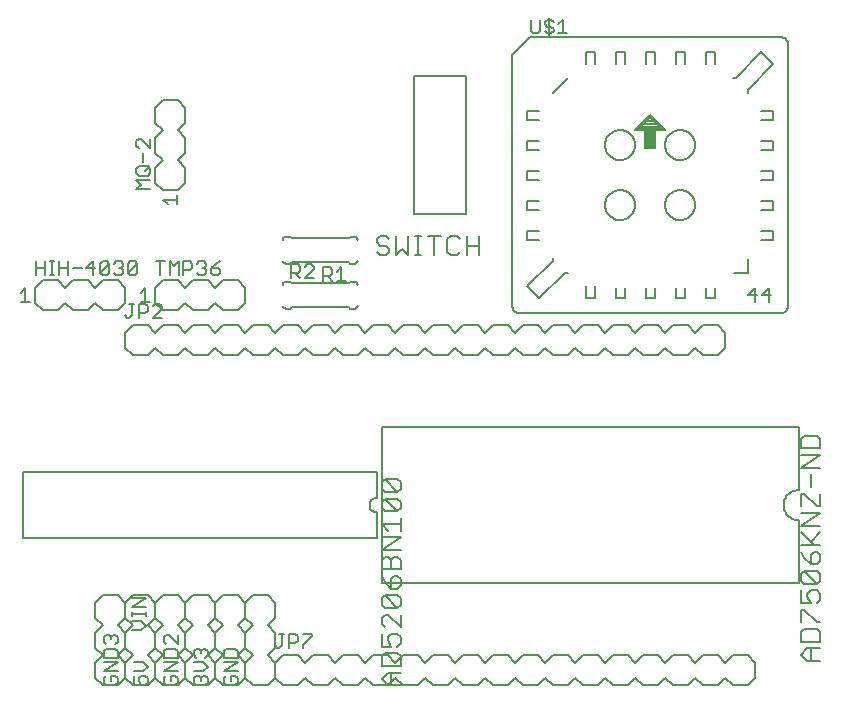
<source format=gto>
G75*
G70*
%OFA0B0*%
%FSLAX24Y24*%
%IPPOS*%
%LPD*%
%AMOC8*
5,1,8,0,0,1.08239X$1,22.5*
%
%ADD10C,0.0080*%
%ADD11C,0.0050*%
%ADD12C,0.0060*%
%ADD13C,0.0070*%
%ADD14R,0.0400X0.0750*%
%ADD15R,0.0700X0.0150*%
%ADD16R,0.0500X0.0100*%
%ADD17R,0.0300X0.0100*%
%ADD18R,0.0100X0.0100*%
%ADD19R,0.0100X0.0050*%
%ADD20R,0.0050X0.0050*%
D10*
X003100Y001300D02*
X003100Y001800D01*
X003350Y002050D01*
X003100Y002300D01*
X003100Y002800D01*
X003350Y003050D01*
X003100Y003300D01*
X003100Y003800D01*
X003350Y004050D01*
X003850Y004050D01*
X004100Y003800D01*
X004100Y003300D01*
X003850Y003050D01*
X004100Y002800D01*
X004100Y002300D01*
X003850Y002050D01*
X004100Y001800D01*
X004100Y001300D01*
X003850Y001050D01*
X003350Y001050D01*
X003100Y001300D01*
X004100Y001300D02*
X004350Y001050D01*
X004850Y001050D01*
X005100Y001300D01*
X005350Y001050D01*
X005850Y001050D01*
X006100Y001300D01*
X006350Y001050D01*
X006850Y001050D01*
X007100Y001300D01*
X007100Y001800D01*
X006850Y002050D01*
X007100Y002300D01*
X007100Y002800D01*
X006850Y003050D01*
X007100Y003300D01*
X007100Y003800D01*
X006850Y004050D01*
X006350Y004050D01*
X006100Y003800D01*
X006100Y003300D01*
X006350Y003050D01*
X006100Y002800D01*
X006100Y002300D01*
X006350Y002050D01*
X006100Y001800D01*
X006100Y001300D01*
X006100Y001800D01*
X005850Y002050D01*
X006100Y002300D01*
X006100Y002800D01*
X005850Y003050D01*
X006100Y003300D01*
X006100Y003800D01*
X005850Y004050D01*
X005350Y004050D01*
X005100Y003800D01*
X005100Y003300D01*
X005350Y003050D01*
X005100Y002800D01*
X005100Y002300D01*
X005350Y002050D01*
X005100Y001800D01*
X005100Y001300D01*
X005100Y001800D01*
X004850Y002050D01*
X005100Y002300D01*
X005100Y002800D01*
X004850Y003050D01*
X005100Y003300D01*
X005100Y003800D01*
X004850Y004050D01*
X004350Y004050D01*
X004100Y003800D01*
X004100Y003300D01*
X004350Y003050D01*
X004100Y002800D01*
X004100Y002300D01*
X004350Y002050D01*
X004100Y001800D01*
X004100Y001300D01*
X007100Y001300D02*
X007350Y001050D01*
X007850Y001050D01*
X008100Y001300D01*
X008350Y001050D01*
X008850Y001050D01*
X009100Y001300D01*
X009350Y001050D01*
X009850Y001050D01*
X010100Y001300D01*
X010350Y001050D01*
X010850Y001050D01*
X011100Y001300D01*
X011350Y001050D01*
X011850Y001050D01*
X012100Y001300D01*
X012350Y001050D01*
X012850Y001050D01*
X013100Y001300D01*
X013350Y001050D01*
X013850Y001050D01*
X014100Y001300D01*
X014350Y001050D01*
X014850Y001050D01*
X015100Y001300D01*
X015350Y001050D01*
X015850Y001050D01*
X016100Y001300D01*
X016350Y001050D01*
X016850Y001050D01*
X017100Y001300D01*
X017350Y001050D01*
X017850Y001050D01*
X018100Y001300D01*
X018350Y001050D01*
X018850Y001050D01*
X019100Y001300D01*
X019350Y001050D01*
X019850Y001050D01*
X020100Y001300D01*
X020350Y001050D01*
X020850Y001050D01*
X021100Y001300D01*
X021350Y001050D01*
X021850Y001050D01*
X022100Y001300D01*
X022350Y001050D01*
X022850Y001050D01*
X023100Y001300D01*
X023350Y001050D01*
X023850Y001050D01*
X024100Y001300D01*
X024350Y001050D01*
X024850Y001050D01*
X025100Y001300D01*
X025100Y001800D01*
X024850Y002050D01*
X024350Y002050D01*
X024100Y001800D01*
X023850Y002050D01*
X023350Y002050D01*
X023100Y001800D01*
X022850Y002050D01*
X022350Y002050D01*
X022100Y001800D01*
X021850Y002050D01*
X021350Y002050D01*
X021100Y001800D01*
X020850Y002050D01*
X020350Y002050D01*
X020100Y001800D01*
X019850Y002050D01*
X019350Y002050D01*
X019100Y001800D01*
X018850Y002050D01*
X018350Y002050D01*
X018100Y001800D01*
X017850Y002050D01*
X017350Y002050D01*
X017100Y001800D01*
X016850Y002050D01*
X016350Y002050D01*
X016100Y001800D01*
X015850Y002050D01*
X015350Y002050D01*
X015100Y001800D01*
X014850Y002050D01*
X014350Y002050D01*
X014100Y001800D01*
X013850Y002050D01*
X013350Y002050D01*
X013100Y001800D01*
X012850Y002050D01*
X012350Y002050D01*
X012100Y001800D01*
X011850Y002050D01*
X011350Y002050D01*
X011100Y001800D01*
X010850Y002050D01*
X010350Y002050D01*
X010100Y001800D01*
X009850Y002050D01*
X009350Y002050D01*
X009100Y001800D01*
X009100Y001300D01*
X009100Y001800D01*
X009100Y001300D01*
X009100Y001800D02*
X008850Y002050D01*
X009100Y002300D01*
X009100Y002800D01*
X008850Y003050D01*
X009100Y003300D01*
X009100Y003800D01*
X008850Y004050D01*
X008350Y004050D01*
X008100Y003800D01*
X008100Y003300D01*
X008350Y003050D01*
X008100Y002800D01*
X008100Y002300D01*
X008350Y002050D01*
X008100Y001800D01*
X008100Y001300D01*
X008100Y001800D01*
X007850Y002050D01*
X008100Y002300D01*
X008100Y002800D01*
X007850Y003050D01*
X008100Y003300D01*
X008100Y003800D01*
X007850Y004050D01*
X007350Y004050D01*
X007100Y003800D01*
X007100Y003300D01*
X007350Y003050D01*
X007100Y002800D01*
X007100Y002300D01*
X007350Y002050D01*
X007100Y001800D01*
X007100Y001300D01*
X006850Y012050D02*
X006350Y012050D01*
X006100Y012300D01*
X005850Y012050D01*
X005350Y012050D01*
X005100Y012300D01*
X004850Y012050D01*
X004350Y012050D01*
X004100Y012300D01*
X004100Y012800D01*
X004350Y013050D01*
X004850Y013050D01*
X005100Y012800D01*
X005350Y013050D01*
X005850Y013050D01*
X006100Y012800D01*
X006350Y013050D01*
X006850Y013050D01*
X007100Y012800D01*
X007350Y013050D01*
X007850Y013050D01*
X008100Y012800D01*
X008350Y013050D01*
X008850Y013050D01*
X009100Y012800D01*
X009350Y013050D01*
X009850Y013050D01*
X010100Y012800D01*
X010350Y013050D01*
X010850Y013050D01*
X011100Y012800D01*
X011350Y013050D01*
X011850Y013050D01*
X012100Y012800D01*
X012350Y013050D01*
X012850Y013050D01*
X013100Y012800D01*
X013350Y013050D01*
X013850Y013050D01*
X014100Y012800D01*
X014350Y013050D01*
X014850Y013050D01*
X015100Y012800D01*
X015350Y013050D01*
X015850Y013050D01*
X016100Y012800D01*
X016350Y013050D01*
X016850Y013050D01*
X017100Y012800D01*
X017350Y013050D01*
X017850Y013050D01*
X018100Y012800D01*
X018350Y013050D01*
X018850Y013050D01*
X019100Y012800D01*
X019350Y013050D01*
X019850Y013050D01*
X020100Y012800D01*
X020350Y013050D01*
X020850Y013050D01*
X021100Y012800D01*
X021350Y013050D01*
X021850Y013050D01*
X022100Y012800D01*
X022350Y013050D01*
X022850Y013050D01*
X023100Y012800D01*
X023350Y013050D01*
X023850Y013050D01*
X024100Y012800D01*
X024100Y012300D01*
X023850Y012050D01*
X023350Y012050D01*
X023100Y012300D01*
X022850Y012050D01*
X022350Y012050D01*
X022100Y012300D01*
X021850Y012050D01*
X021350Y012050D01*
X021100Y012300D01*
X020850Y012050D01*
X020350Y012050D01*
X020100Y012300D01*
X019850Y012050D01*
X019350Y012050D01*
X019100Y012300D01*
X018850Y012050D01*
X018350Y012050D01*
X018100Y012300D01*
X017850Y012050D01*
X017350Y012050D01*
X017100Y012300D01*
X016850Y012050D01*
X016350Y012050D01*
X016100Y012300D01*
X015850Y012050D01*
X015350Y012050D01*
X015100Y012300D01*
X014850Y012050D01*
X014350Y012050D01*
X014100Y012300D01*
X013850Y012050D01*
X013350Y012050D01*
X013100Y012300D01*
X012850Y012050D01*
X012350Y012050D01*
X012100Y012300D01*
X011850Y012050D01*
X011350Y012050D01*
X011100Y012300D01*
X010850Y012050D01*
X010350Y012050D01*
X010100Y012300D01*
X009850Y012050D01*
X009350Y012050D01*
X009100Y012300D01*
X008850Y012050D01*
X008350Y012050D01*
X008100Y012300D01*
X007850Y012050D01*
X007350Y012050D01*
X007100Y012300D01*
X006850Y012050D01*
X013744Y016761D02*
X013744Y021339D01*
X015456Y021339D01*
X015456Y016761D01*
X013744Y016761D01*
X025100Y001800D02*
X025100Y001300D01*
D11*
X025100Y013825D02*
X025100Y014275D01*
X024875Y014050D01*
X025175Y014050D01*
X025335Y014050D02*
X025636Y014050D01*
X025561Y013825D02*
X025561Y014275D01*
X025335Y014050D01*
X018846Y022775D02*
X018546Y022775D01*
X018696Y022775D02*
X018696Y023225D01*
X018546Y023075D01*
X018386Y023150D02*
X018311Y023225D01*
X018160Y023225D01*
X018085Y023150D01*
X018085Y023075D01*
X018160Y023000D01*
X018311Y023000D01*
X018386Y022925D01*
X018386Y022850D01*
X018311Y022775D01*
X018160Y022775D01*
X018085Y022850D01*
X017925Y022850D02*
X017850Y022775D01*
X017700Y022775D01*
X017625Y022850D01*
X017625Y023225D01*
X017925Y023225D02*
X017925Y022850D01*
X018236Y022700D02*
X018236Y023300D01*
X010311Y015075D02*
X010160Y015075D01*
X010085Y015000D01*
X009925Y015000D02*
X009850Y015075D01*
X009625Y015075D01*
X009625Y014625D01*
X009625Y014775D02*
X009850Y014775D01*
X009925Y014850D01*
X009925Y015000D01*
X009775Y014775D02*
X009925Y014625D01*
X010085Y014625D02*
X010386Y014925D01*
X010386Y015000D01*
X010311Y015075D01*
X010704Y014975D02*
X010929Y014975D01*
X011004Y014900D01*
X011004Y014750D01*
X010929Y014675D01*
X010704Y014675D01*
X010704Y014525D02*
X010704Y014975D01*
X010854Y014675D02*
X011004Y014525D01*
X011165Y014525D02*
X011465Y014525D01*
X011315Y014525D02*
X011315Y014975D01*
X011165Y014825D01*
X010386Y014625D02*
X010085Y014625D01*
X007267Y014800D02*
X007267Y014875D01*
X007192Y014950D01*
X006967Y014950D01*
X006967Y014800D01*
X007042Y014725D01*
X007192Y014725D01*
X007267Y014800D01*
X007117Y015100D02*
X006967Y014950D01*
X006806Y014875D02*
X006806Y014800D01*
X006731Y014725D01*
X006581Y014725D01*
X006506Y014800D01*
X006656Y014950D02*
X006731Y014950D01*
X006806Y014875D01*
X006731Y014950D02*
X006806Y015025D01*
X006806Y015100D01*
X006731Y015175D01*
X006581Y015175D01*
X006506Y015100D01*
X006346Y015100D02*
X006346Y014950D01*
X006271Y014875D01*
X006046Y014875D01*
X006046Y014725D02*
X006046Y015175D01*
X006271Y015175D01*
X006346Y015100D01*
X005886Y015175D02*
X005886Y014725D01*
X005585Y014725D02*
X005585Y015175D01*
X005736Y015025D01*
X005886Y015175D01*
X005425Y015175D02*
X005125Y015175D01*
X005275Y015175D02*
X005275Y014725D01*
X004775Y014275D02*
X004775Y013825D01*
X004781Y013745D02*
X004856Y013670D01*
X004856Y013520D01*
X004781Y013445D01*
X004555Y013445D01*
X004555Y013295D02*
X004555Y013745D01*
X004781Y013745D01*
X004925Y013825D02*
X004625Y013825D01*
X004395Y013745D02*
X004245Y013745D01*
X004320Y013745D02*
X004320Y013370D01*
X004245Y013295D01*
X004170Y013295D01*
X004095Y013370D01*
X004625Y014125D02*
X004775Y014275D01*
X004419Y014725D02*
X004269Y014725D01*
X004194Y014800D01*
X004495Y015100D01*
X004495Y014800D01*
X004419Y014725D01*
X004194Y014800D02*
X004194Y015100D01*
X004269Y015175D01*
X004419Y015175D01*
X004495Y015100D01*
X004034Y015100D02*
X004034Y015025D01*
X003959Y014950D01*
X004034Y014875D01*
X004034Y014800D01*
X003959Y014725D01*
X003809Y014725D01*
X003734Y014800D01*
X003574Y014800D02*
X003499Y014725D01*
X003349Y014725D01*
X003273Y014800D01*
X003574Y015100D01*
X003574Y014800D01*
X003273Y014800D02*
X003273Y015100D01*
X003349Y015175D01*
X003499Y015175D01*
X003574Y015100D01*
X003734Y015100D02*
X003809Y015175D01*
X003959Y015175D01*
X004034Y015100D01*
X003959Y014950D02*
X003884Y014950D01*
X003113Y014950D02*
X002813Y014950D01*
X003038Y015175D01*
X003038Y014725D01*
X002653Y014950D02*
X002353Y014950D01*
X002193Y014950D02*
X001892Y014950D01*
X001892Y014725D02*
X001892Y015175D01*
X001736Y015175D02*
X001585Y015175D01*
X001660Y015175D02*
X001660Y014725D01*
X001585Y014725D02*
X001736Y014725D01*
X001425Y014725D02*
X001425Y015175D01*
X001425Y014950D02*
X001125Y014950D01*
X001125Y014725D02*
X001125Y015175D01*
X002193Y015175D02*
X002193Y014725D01*
X000925Y013825D02*
X000625Y013825D01*
X000775Y013825D02*
X000775Y014275D01*
X000625Y014125D01*
X004475Y017575D02*
X004625Y017725D01*
X004475Y017875D01*
X004925Y017875D01*
X004850Y018035D02*
X004925Y018110D01*
X004925Y018261D01*
X004850Y018336D01*
X004550Y018336D01*
X004475Y018261D01*
X004475Y018110D01*
X004550Y018035D01*
X004850Y018035D01*
X004775Y018186D02*
X004925Y018336D01*
X004700Y018496D02*
X004700Y018796D01*
X004550Y018956D02*
X004475Y019031D01*
X004475Y019181D01*
X004550Y019256D01*
X004625Y019256D01*
X004925Y018956D01*
X004925Y019256D01*
X004925Y017575D02*
X004475Y017575D01*
X005375Y017225D02*
X005525Y017075D01*
X005375Y017225D02*
X005825Y017225D01*
X005825Y017075D02*
X005825Y017375D01*
X007117Y015100D02*
X007267Y015175D01*
X005316Y013670D02*
X005316Y013595D01*
X005016Y013295D01*
X005316Y013295D01*
X005316Y013670D02*
X005241Y013745D01*
X005091Y013745D01*
X005016Y013670D01*
X004795Y003945D02*
X004345Y003945D01*
X004345Y003645D02*
X004795Y003945D01*
X004795Y003645D02*
X004345Y003645D01*
X004345Y003488D02*
X004345Y003338D01*
X004345Y003413D02*
X004795Y003413D01*
X004795Y003338D02*
X004795Y003488D01*
X004645Y003178D02*
X004345Y003178D01*
X004645Y003178D02*
X004795Y003027D01*
X004645Y002877D01*
X004345Y002877D01*
X003855Y002651D02*
X003855Y002501D01*
X003780Y002426D01*
X003780Y002266D02*
X003480Y002266D01*
X003405Y002191D01*
X003405Y001966D01*
X003855Y001966D01*
X003855Y002191D01*
X003780Y002266D01*
X003480Y002426D02*
X003405Y002501D01*
X003405Y002651D01*
X003480Y002726D01*
X003555Y002726D01*
X003630Y002651D01*
X003705Y002726D01*
X003780Y002726D01*
X003855Y002651D01*
X003630Y002651D02*
X003630Y002576D01*
X003855Y001806D02*
X003405Y001806D01*
X003405Y001505D02*
X003855Y001806D01*
X003855Y001505D02*
X003405Y001505D01*
X003480Y001345D02*
X003405Y001270D01*
X003405Y001120D01*
X003480Y001045D01*
X003780Y001045D01*
X003855Y001120D01*
X003855Y001270D01*
X003780Y001345D01*
X003630Y001345D01*
X003630Y001195D01*
X004405Y001045D02*
X004630Y001045D01*
X004555Y001195D01*
X004555Y001270D01*
X004630Y001345D01*
X004780Y001345D01*
X004855Y001270D01*
X004855Y001120D01*
X004780Y001045D01*
X004405Y001045D02*
X004405Y001345D01*
X004405Y001505D02*
X004705Y001505D01*
X004855Y001656D01*
X004705Y001806D01*
X004405Y001806D01*
X005405Y001806D02*
X005855Y001806D01*
X005405Y001505D01*
X005855Y001505D01*
X005780Y001345D02*
X005630Y001345D01*
X005630Y001195D01*
X005480Y001045D02*
X005780Y001045D01*
X005855Y001120D01*
X005855Y001270D01*
X005780Y001345D01*
X005480Y001345D02*
X005405Y001270D01*
X005405Y001120D01*
X005480Y001045D01*
X005405Y001966D02*
X005405Y002191D01*
X005480Y002266D01*
X005780Y002266D01*
X005855Y002191D01*
X005855Y001966D01*
X005405Y001966D01*
X005480Y002426D02*
X005405Y002501D01*
X005405Y002651D01*
X005480Y002726D01*
X005555Y002726D01*
X005855Y002426D01*
X005855Y002726D01*
X006405Y002191D02*
X006480Y002266D01*
X006555Y002266D01*
X006630Y002191D01*
X006705Y002266D01*
X006780Y002266D01*
X006855Y002191D01*
X006855Y002041D01*
X006780Y001966D01*
X006705Y001806D02*
X006405Y001806D01*
X006480Y001966D02*
X006405Y002041D01*
X006405Y002191D01*
X006630Y002191D02*
X006630Y002116D01*
X006705Y001806D02*
X006855Y001656D01*
X006705Y001505D01*
X006405Y001505D01*
X006480Y001345D02*
X006555Y001345D01*
X006630Y001270D01*
X006705Y001345D01*
X006780Y001345D01*
X006855Y001270D01*
X006855Y001120D01*
X006780Y001045D01*
X006630Y001195D02*
X006630Y001270D01*
X006480Y001345D02*
X006405Y001270D01*
X006405Y001120D01*
X006480Y001045D01*
X007405Y001120D02*
X007480Y001045D01*
X007780Y001045D01*
X007855Y001120D01*
X007855Y001270D01*
X007780Y001345D01*
X007630Y001345D01*
X007630Y001195D01*
X007480Y001345D02*
X007405Y001270D01*
X007405Y001120D01*
X007405Y001505D02*
X007855Y001806D01*
X007405Y001806D01*
X007405Y001966D02*
X007405Y002191D01*
X007480Y002266D01*
X007780Y002266D01*
X007855Y002191D01*
X007855Y001966D01*
X007405Y001966D01*
X007405Y001505D02*
X007855Y001505D01*
X009095Y002370D02*
X009170Y002295D01*
X009245Y002295D01*
X009320Y002370D01*
X009320Y002745D01*
X009245Y002745D02*
X009395Y002745D01*
X009555Y002745D02*
X009781Y002745D01*
X009856Y002670D01*
X009856Y002520D01*
X009781Y002445D01*
X009555Y002445D01*
X009555Y002295D02*
X009555Y002745D01*
X010016Y002745D02*
X010316Y002745D01*
X010316Y002670D01*
X010016Y002370D01*
X010016Y002295D01*
D12*
X012650Y004450D02*
X026550Y004450D01*
X026550Y006550D01*
X026506Y006552D01*
X026463Y006558D01*
X026421Y006567D01*
X026379Y006580D01*
X026339Y006597D01*
X026300Y006617D01*
X026263Y006640D01*
X026229Y006667D01*
X026196Y006696D01*
X026167Y006729D01*
X026140Y006763D01*
X026117Y006800D01*
X026097Y006839D01*
X026080Y006879D01*
X026067Y006921D01*
X026058Y006963D01*
X026052Y007006D01*
X026050Y007050D01*
X026052Y007094D01*
X026058Y007137D01*
X026067Y007179D01*
X026080Y007221D01*
X026097Y007261D01*
X026117Y007300D01*
X026140Y007337D01*
X026167Y007371D01*
X026196Y007404D01*
X026229Y007433D01*
X026263Y007460D01*
X026300Y007483D01*
X026339Y007503D01*
X026379Y007520D01*
X026421Y007533D01*
X026463Y007542D01*
X026506Y007548D01*
X026550Y007550D01*
X026550Y009650D01*
X012650Y009650D01*
X012650Y004450D01*
X012500Y005950D02*
X012500Y006800D01*
X012470Y006802D01*
X012440Y006807D01*
X012411Y006816D01*
X012384Y006829D01*
X012358Y006844D01*
X012334Y006863D01*
X012313Y006884D01*
X012294Y006908D01*
X012279Y006934D01*
X012266Y006961D01*
X012257Y006990D01*
X012252Y007020D01*
X012250Y007050D01*
X012252Y007080D01*
X012257Y007110D01*
X012266Y007139D01*
X012279Y007166D01*
X012294Y007192D01*
X012313Y007216D01*
X012334Y007237D01*
X012358Y007256D01*
X012384Y007271D01*
X012411Y007284D01*
X012440Y007293D01*
X012470Y007298D01*
X012500Y007300D01*
X012500Y008150D01*
X000700Y008150D01*
X000700Y005950D01*
X012500Y005950D01*
X011750Y013600D02*
X011600Y013600D01*
X011550Y013650D01*
X009650Y013650D01*
X009600Y013600D01*
X009450Y013600D01*
X009433Y013602D01*
X009416Y013606D01*
X009400Y013613D01*
X009386Y013623D01*
X009373Y013636D01*
X009363Y013650D01*
X009356Y013666D01*
X009352Y013683D01*
X009350Y013700D01*
X009350Y014400D02*
X009352Y014417D01*
X009356Y014434D01*
X009363Y014450D01*
X009373Y014464D01*
X009386Y014477D01*
X009400Y014487D01*
X009416Y014494D01*
X009433Y014498D01*
X009450Y014500D01*
X009600Y014500D01*
X009650Y014450D01*
X011550Y014450D01*
X011600Y014500D01*
X011750Y014500D01*
X011767Y014498D01*
X011784Y014494D01*
X011800Y014487D01*
X011814Y014477D01*
X011827Y014464D01*
X011837Y014450D01*
X011844Y014434D01*
X011848Y014417D01*
X011850Y014400D01*
X011750Y015100D02*
X011600Y015100D01*
X011550Y015150D01*
X009650Y015150D01*
X009600Y015100D01*
X009450Y015100D01*
X009433Y015102D01*
X009416Y015106D01*
X009400Y015113D01*
X009386Y015123D01*
X009373Y015136D01*
X009363Y015150D01*
X009356Y015166D01*
X009352Y015183D01*
X009350Y015200D01*
X009350Y015900D02*
X009352Y015917D01*
X009356Y015934D01*
X009363Y015950D01*
X009373Y015964D01*
X009386Y015977D01*
X009400Y015987D01*
X009416Y015994D01*
X009433Y015998D01*
X009450Y016000D01*
X009600Y016000D01*
X009650Y015950D01*
X011550Y015950D01*
X011600Y016000D01*
X011750Y016000D01*
X011767Y015998D01*
X011784Y015994D01*
X011800Y015987D01*
X011814Y015977D01*
X011827Y015964D01*
X011837Y015950D01*
X011844Y015934D01*
X011848Y015917D01*
X011850Y015900D01*
X011850Y015200D02*
X011848Y015183D01*
X011844Y015166D01*
X011837Y015150D01*
X011827Y015136D01*
X011814Y015123D01*
X011800Y015113D01*
X011784Y015106D01*
X011767Y015102D01*
X011750Y015100D01*
X011850Y013700D02*
X011848Y013683D01*
X011844Y013666D01*
X011837Y013650D01*
X011827Y013636D01*
X011814Y013623D01*
X011800Y013613D01*
X011784Y013606D01*
X011767Y013602D01*
X011750Y013600D01*
X008100Y013800D02*
X008100Y014300D01*
X007850Y014550D01*
X007350Y014550D01*
X007100Y014300D01*
X006850Y014550D01*
X006350Y014550D01*
X006100Y014300D01*
X005850Y014550D01*
X005350Y014550D01*
X005100Y014300D01*
X005100Y013800D01*
X005350Y013550D01*
X005850Y013550D01*
X006100Y013800D01*
X006350Y013550D01*
X006850Y013550D01*
X007100Y013800D01*
X007350Y013550D01*
X007850Y013550D01*
X008100Y013800D01*
X004100Y013800D02*
X004100Y014300D01*
X003850Y014550D01*
X003350Y014550D01*
X003100Y014300D01*
X002850Y014550D01*
X002350Y014550D01*
X002100Y014300D01*
X001850Y014550D01*
X001350Y014550D01*
X001100Y014300D01*
X001100Y013800D01*
X001350Y013550D01*
X001850Y013550D01*
X002100Y013800D01*
X002350Y013550D01*
X002850Y013550D01*
X003100Y013800D01*
X003350Y013550D01*
X003850Y013550D01*
X004100Y013800D01*
X005350Y017550D02*
X005100Y017800D01*
X005100Y018300D01*
X005350Y018550D01*
X005100Y018800D01*
X005100Y019300D01*
X005350Y019550D01*
X005100Y019800D01*
X005100Y020300D01*
X005350Y020550D01*
X005850Y020550D01*
X006100Y020300D01*
X006100Y019800D01*
X005850Y019550D01*
X006100Y019300D01*
X006100Y018800D01*
X005850Y018550D01*
X006100Y018300D01*
X006100Y017800D01*
X005850Y017550D01*
X005350Y017550D01*
X017000Y013700D02*
X017000Y022050D01*
X017600Y022650D01*
X025950Y022650D01*
X025980Y022648D01*
X026010Y022643D01*
X026039Y022634D01*
X026066Y022621D01*
X026092Y022606D01*
X026116Y022587D01*
X026137Y022566D01*
X026156Y022542D01*
X026171Y022516D01*
X026184Y022489D01*
X026193Y022460D01*
X026198Y022430D01*
X026200Y022400D01*
X026200Y013700D01*
X026198Y013670D01*
X026193Y013640D01*
X026184Y013611D01*
X026171Y013584D01*
X026156Y013558D01*
X026137Y013534D01*
X026116Y013513D01*
X026092Y013494D01*
X026066Y013479D01*
X026039Y013466D01*
X026010Y013457D01*
X025980Y013452D01*
X025950Y013450D01*
X017250Y013450D01*
X017220Y013452D01*
X017190Y013457D01*
X017161Y013466D01*
X017134Y013479D01*
X017108Y013494D01*
X017084Y013513D01*
X017063Y013534D01*
X017044Y013558D01*
X017029Y013584D01*
X017016Y013611D01*
X017007Y013640D01*
X017002Y013670D01*
X017000Y013700D01*
X017500Y014350D02*
X018350Y015200D01*
X018350Y015300D01*
X017900Y015900D02*
X017500Y015900D01*
X017500Y016200D01*
X017900Y016200D01*
X017900Y016900D02*
X017500Y016900D01*
X017500Y017200D01*
X017900Y017200D01*
X017900Y017900D02*
X017500Y017900D01*
X017500Y018200D01*
X017900Y018200D01*
X017900Y018900D02*
X017500Y018900D01*
X017500Y019200D01*
X017900Y019200D01*
X017900Y019900D02*
X017500Y019900D01*
X017500Y020200D01*
X017900Y020200D01*
X018350Y020800D02*
X018850Y021300D01*
X019450Y021750D02*
X019450Y022150D01*
X019750Y022150D01*
X019750Y021750D01*
X020450Y021750D02*
X020450Y022150D01*
X020750Y022150D01*
X020750Y021750D01*
X021450Y021750D02*
X021450Y022150D01*
X021750Y022150D01*
X021750Y021750D01*
X022450Y021750D02*
X022450Y022150D01*
X022750Y022150D01*
X022750Y021750D01*
X023450Y021750D02*
X023450Y022150D01*
X023750Y022150D01*
X023750Y021750D01*
X024350Y021300D02*
X024450Y021300D01*
X025300Y022150D01*
X025700Y021750D01*
X024850Y020900D01*
X024850Y020800D01*
X025300Y020200D02*
X025700Y020200D01*
X025700Y019900D01*
X025300Y019900D01*
X025300Y019200D02*
X025700Y019200D01*
X025700Y018900D01*
X025300Y018900D01*
X025300Y018200D02*
X025700Y018200D01*
X025700Y017900D01*
X025300Y017900D01*
X025300Y017200D02*
X025700Y017200D01*
X025700Y016900D01*
X025300Y016900D01*
X025300Y016200D02*
X025700Y016200D01*
X025700Y015900D01*
X025300Y015900D01*
X024850Y015250D02*
X024850Y014800D01*
X024400Y014800D01*
X023750Y014300D02*
X023750Y013950D01*
X023450Y013950D01*
X023450Y014300D01*
X022750Y014300D02*
X022750Y013950D01*
X022450Y013950D01*
X022450Y014300D01*
X021750Y014300D02*
X021750Y013950D01*
X021450Y013950D01*
X021450Y014300D01*
X020750Y014300D02*
X020750Y013950D01*
X020450Y013950D01*
X020450Y014300D01*
X019750Y014350D02*
X019750Y013950D01*
X019450Y013950D01*
X019450Y014350D01*
X018850Y014800D02*
X018750Y014800D01*
X017900Y013950D01*
X017500Y014350D01*
X020100Y017050D02*
X020102Y017094D01*
X020108Y017138D01*
X020118Y017181D01*
X020131Y017223D01*
X020148Y017264D01*
X020169Y017303D01*
X020193Y017340D01*
X020220Y017375D01*
X020250Y017407D01*
X020283Y017437D01*
X020319Y017463D01*
X020356Y017487D01*
X020396Y017506D01*
X020437Y017523D01*
X020480Y017535D01*
X020523Y017544D01*
X020567Y017549D01*
X020611Y017550D01*
X020655Y017547D01*
X020699Y017540D01*
X020742Y017529D01*
X020784Y017515D01*
X020824Y017497D01*
X020863Y017475D01*
X020899Y017451D01*
X020933Y017423D01*
X020965Y017392D01*
X020994Y017358D01*
X021020Y017322D01*
X021042Y017284D01*
X021061Y017244D01*
X021076Y017202D01*
X021088Y017160D01*
X021096Y017116D01*
X021100Y017072D01*
X021100Y017028D01*
X021096Y016984D01*
X021088Y016940D01*
X021076Y016898D01*
X021061Y016856D01*
X021042Y016816D01*
X021020Y016778D01*
X020994Y016742D01*
X020965Y016708D01*
X020933Y016677D01*
X020899Y016649D01*
X020863Y016625D01*
X020824Y016603D01*
X020784Y016585D01*
X020742Y016571D01*
X020699Y016560D01*
X020655Y016553D01*
X020611Y016550D01*
X020567Y016551D01*
X020523Y016556D01*
X020480Y016565D01*
X020437Y016577D01*
X020396Y016594D01*
X020356Y016613D01*
X020319Y016637D01*
X020283Y016663D01*
X020250Y016693D01*
X020220Y016725D01*
X020193Y016760D01*
X020169Y016797D01*
X020148Y016836D01*
X020131Y016877D01*
X020118Y016919D01*
X020108Y016962D01*
X020102Y017006D01*
X020100Y017050D01*
X020100Y019050D02*
X020102Y019094D01*
X020108Y019138D01*
X020118Y019181D01*
X020131Y019223D01*
X020148Y019264D01*
X020169Y019303D01*
X020193Y019340D01*
X020220Y019375D01*
X020250Y019407D01*
X020283Y019437D01*
X020319Y019463D01*
X020356Y019487D01*
X020396Y019506D01*
X020437Y019523D01*
X020480Y019535D01*
X020523Y019544D01*
X020567Y019549D01*
X020611Y019550D01*
X020655Y019547D01*
X020699Y019540D01*
X020742Y019529D01*
X020784Y019515D01*
X020824Y019497D01*
X020863Y019475D01*
X020899Y019451D01*
X020933Y019423D01*
X020965Y019392D01*
X020994Y019358D01*
X021020Y019322D01*
X021042Y019284D01*
X021061Y019244D01*
X021076Y019202D01*
X021088Y019160D01*
X021096Y019116D01*
X021100Y019072D01*
X021100Y019028D01*
X021096Y018984D01*
X021088Y018940D01*
X021076Y018898D01*
X021061Y018856D01*
X021042Y018816D01*
X021020Y018778D01*
X020994Y018742D01*
X020965Y018708D01*
X020933Y018677D01*
X020899Y018649D01*
X020863Y018625D01*
X020824Y018603D01*
X020784Y018585D01*
X020742Y018571D01*
X020699Y018560D01*
X020655Y018553D01*
X020611Y018550D01*
X020567Y018551D01*
X020523Y018556D01*
X020480Y018565D01*
X020437Y018577D01*
X020396Y018594D01*
X020356Y018613D01*
X020319Y018637D01*
X020283Y018663D01*
X020250Y018693D01*
X020220Y018725D01*
X020193Y018760D01*
X020169Y018797D01*
X020148Y018836D01*
X020131Y018877D01*
X020118Y018919D01*
X020108Y018962D01*
X020102Y019006D01*
X020100Y019050D01*
X021100Y019550D02*
X021600Y020050D01*
X022100Y019550D01*
X021100Y019550D01*
X022100Y019050D02*
X022102Y019094D01*
X022108Y019138D01*
X022118Y019181D01*
X022131Y019223D01*
X022148Y019264D01*
X022169Y019303D01*
X022193Y019340D01*
X022220Y019375D01*
X022250Y019407D01*
X022283Y019437D01*
X022319Y019463D01*
X022356Y019487D01*
X022396Y019506D01*
X022437Y019523D01*
X022480Y019535D01*
X022523Y019544D01*
X022567Y019549D01*
X022611Y019550D01*
X022655Y019547D01*
X022699Y019540D01*
X022742Y019529D01*
X022784Y019515D01*
X022824Y019497D01*
X022863Y019475D01*
X022899Y019451D01*
X022933Y019423D01*
X022965Y019392D01*
X022994Y019358D01*
X023020Y019322D01*
X023042Y019284D01*
X023061Y019244D01*
X023076Y019202D01*
X023088Y019160D01*
X023096Y019116D01*
X023100Y019072D01*
X023100Y019028D01*
X023096Y018984D01*
X023088Y018940D01*
X023076Y018898D01*
X023061Y018856D01*
X023042Y018816D01*
X023020Y018778D01*
X022994Y018742D01*
X022965Y018708D01*
X022933Y018677D01*
X022899Y018649D01*
X022863Y018625D01*
X022824Y018603D01*
X022784Y018585D01*
X022742Y018571D01*
X022699Y018560D01*
X022655Y018553D01*
X022611Y018550D01*
X022567Y018551D01*
X022523Y018556D01*
X022480Y018565D01*
X022437Y018577D01*
X022396Y018594D01*
X022356Y018613D01*
X022319Y018637D01*
X022283Y018663D01*
X022250Y018693D01*
X022220Y018725D01*
X022193Y018760D01*
X022169Y018797D01*
X022148Y018836D01*
X022131Y018877D01*
X022118Y018919D01*
X022108Y018962D01*
X022102Y019006D01*
X022100Y019050D01*
X022100Y017050D02*
X022102Y017094D01*
X022108Y017138D01*
X022118Y017181D01*
X022131Y017223D01*
X022148Y017264D01*
X022169Y017303D01*
X022193Y017340D01*
X022220Y017375D01*
X022250Y017407D01*
X022283Y017437D01*
X022319Y017463D01*
X022356Y017487D01*
X022396Y017506D01*
X022437Y017523D01*
X022480Y017535D01*
X022523Y017544D01*
X022567Y017549D01*
X022611Y017550D01*
X022655Y017547D01*
X022699Y017540D01*
X022742Y017529D01*
X022784Y017515D01*
X022824Y017497D01*
X022863Y017475D01*
X022899Y017451D01*
X022933Y017423D01*
X022965Y017392D01*
X022994Y017358D01*
X023020Y017322D01*
X023042Y017284D01*
X023061Y017244D01*
X023076Y017202D01*
X023088Y017160D01*
X023096Y017116D01*
X023100Y017072D01*
X023100Y017028D01*
X023096Y016984D01*
X023088Y016940D01*
X023076Y016898D01*
X023061Y016856D01*
X023042Y016816D01*
X023020Y016778D01*
X022994Y016742D01*
X022965Y016708D01*
X022933Y016677D01*
X022899Y016649D01*
X022863Y016625D01*
X022824Y016603D01*
X022784Y016585D01*
X022742Y016571D01*
X022699Y016560D01*
X022655Y016553D01*
X022611Y016550D01*
X022567Y016551D01*
X022523Y016556D01*
X022480Y016565D01*
X022437Y016577D01*
X022396Y016594D01*
X022356Y016613D01*
X022319Y016637D01*
X022283Y016663D01*
X022250Y016693D01*
X022220Y016725D01*
X022193Y016760D01*
X022169Y016797D01*
X022148Y016836D01*
X022131Y016877D01*
X022118Y016919D01*
X022108Y016962D01*
X022102Y017006D01*
X022100Y017050D01*
D13*
X015911Y016016D02*
X015911Y015385D01*
X015911Y015700D02*
X015490Y015700D01*
X015266Y015490D02*
X015161Y015385D01*
X014951Y015385D01*
X014846Y015490D01*
X014846Y015910D01*
X014951Y016016D01*
X015161Y016016D01*
X015266Y015910D01*
X015490Y016016D02*
X015490Y015385D01*
X014622Y016016D02*
X014201Y016016D01*
X014412Y016016D02*
X014412Y015385D01*
X013982Y015385D02*
X013772Y015385D01*
X013877Y015385D02*
X013877Y016016D01*
X013772Y016016D02*
X013982Y016016D01*
X013547Y016016D02*
X013547Y015385D01*
X013337Y015595D01*
X013127Y015385D01*
X013127Y016016D01*
X012903Y015910D02*
X012798Y016016D01*
X012588Y016016D01*
X012483Y015910D01*
X012483Y015805D01*
X012588Y015700D01*
X012798Y015700D01*
X012903Y015595D01*
X012903Y015490D01*
X012798Y015385D01*
X012588Y015385D01*
X012483Y015490D01*
X012760Y007911D02*
X012654Y007806D01*
X012654Y007596D01*
X012760Y007490D01*
X013180Y007490D01*
X012760Y007911D01*
X013180Y007911D01*
X013285Y007806D01*
X013285Y007596D01*
X013180Y007490D01*
X013180Y007266D02*
X012760Y007266D01*
X013180Y006846D01*
X013285Y006951D01*
X013285Y007161D01*
X013180Y007266D01*
X013180Y006846D02*
X012760Y006846D01*
X012654Y006951D01*
X012654Y007161D01*
X012760Y007266D01*
X013285Y006622D02*
X013285Y006201D01*
X013285Y006412D02*
X012654Y006412D01*
X012865Y006201D01*
X012654Y005977D02*
X013285Y005977D01*
X012654Y005557D01*
X013285Y005557D01*
X013180Y005333D02*
X013285Y005228D01*
X013285Y004912D01*
X012654Y004912D01*
X012654Y005228D01*
X012760Y005333D01*
X012865Y005333D01*
X012970Y005228D01*
X012970Y004912D01*
X013075Y004688D02*
X012970Y004583D01*
X012970Y004268D01*
X013180Y004268D01*
X013285Y004373D01*
X013285Y004583D01*
X013180Y004688D01*
X013075Y004688D01*
X012760Y004478D02*
X012970Y004268D01*
X012760Y004478D02*
X012654Y004688D01*
X012760Y004043D02*
X013180Y003623D01*
X013285Y003728D01*
X013285Y003938D01*
X013180Y004043D01*
X012760Y004043D01*
X012654Y003938D01*
X012654Y003728D01*
X012760Y003623D01*
X013180Y003623D01*
X013285Y003399D02*
X013285Y002979D01*
X012865Y003399D01*
X012760Y003399D01*
X012654Y003294D01*
X012654Y003084D01*
X012760Y002979D01*
X012654Y002754D02*
X012654Y002334D01*
X012970Y002334D01*
X012865Y002544D01*
X012865Y002649D01*
X012970Y002754D01*
X013180Y002754D01*
X013285Y002649D01*
X013285Y002439D01*
X013180Y002334D01*
X013180Y002110D02*
X012760Y002110D01*
X012654Y002005D01*
X012654Y001689D01*
X013285Y001689D01*
X013285Y002005D01*
X013180Y002110D01*
X013285Y001465D02*
X012865Y001465D01*
X012654Y001255D01*
X012865Y001045D01*
X013285Y001045D01*
X012970Y001045D02*
X012970Y001465D01*
X012970Y005228D02*
X013075Y005333D01*
X013180Y005333D01*
X026634Y005493D02*
X026740Y005283D01*
X026950Y005073D01*
X026950Y005388D01*
X027055Y005493D01*
X027160Y005493D01*
X027265Y005388D01*
X027265Y005178D01*
X027160Y005073D01*
X026950Y005073D01*
X026740Y004849D02*
X027160Y004849D01*
X027265Y004744D01*
X027265Y004534D01*
X027160Y004429D01*
X026740Y004849D01*
X026634Y004744D01*
X026634Y004534D01*
X026740Y004429D01*
X027160Y004429D01*
X027160Y004204D02*
X026950Y004204D01*
X026845Y004099D01*
X026845Y003994D01*
X026950Y003784D01*
X026634Y003784D01*
X026634Y004204D01*
X027160Y004204D02*
X027265Y004099D01*
X027265Y003889D01*
X027160Y003784D01*
X026740Y003560D02*
X027160Y003139D01*
X027265Y003139D01*
X027160Y002915D02*
X026740Y002915D01*
X026634Y002810D01*
X026634Y002495D01*
X027265Y002495D01*
X027265Y002810D01*
X027160Y002915D01*
X026634Y003139D02*
X026634Y003560D01*
X026740Y003560D01*
X026845Y002271D02*
X027265Y002271D01*
X026950Y002271D02*
X026950Y001850D01*
X026845Y001850D02*
X026634Y002061D01*
X026845Y002271D01*
X026845Y001850D02*
X027265Y001850D01*
X027265Y005718D02*
X026634Y005718D01*
X026950Y005823D02*
X027265Y006138D01*
X027265Y006362D02*
X026634Y006362D01*
X027265Y006783D01*
X026634Y006783D01*
X026634Y007007D02*
X026634Y007427D01*
X026740Y007427D01*
X027160Y007007D01*
X027265Y007007D01*
X027265Y007427D01*
X026950Y007651D02*
X026950Y008072D01*
X027265Y008296D02*
X026634Y008296D01*
X027265Y008716D01*
X026634Y008716D01*
X026634Y008940D02*
X026634Y009256D01*
X026740Y009361D01*
X027160Y009361D01*
X027265Y009256D01*
X027265Y008940D01*
X026634Y008940D01*
X026634Y006138D02*
X027055Y005718D01*
D14*
X021600Y019275D03*
D15*
X021600Y019625D03*
D16*
X021600Y019750D03*
D17*
X021600Y019850D03*
D18*
X021600Y019950D03*
D19*
X022000Y019575D03*
X021200Y019575D03*
D20*
X021225Y019625D03*
X021325Y019725D03*
X021425Y019825D03*
X021525Y019925D03*
X021675Y019925D03*
X021775Y019825D03*
X021875Y019725D03*
X021975Y019625D03*
M02*

</source>
